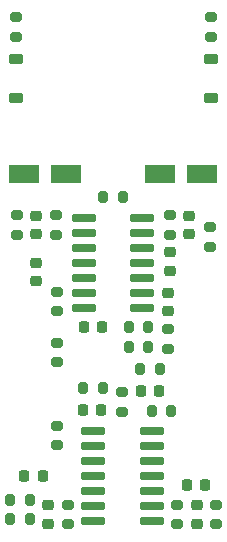
<source format=gbr>
%TF.GenerationSoftware,KiCad,Pcbnew,8.0.5*%
%TF.CreationDate,2024-11-05T23:16:52+01:00*%
%TF.ProjectId,Leveller,4c657665-6c6c-4657-922e-6b696361645f,rev?*%
%TF.SameCoordinates,Original*%
%TF.FileFunction,Paste,Top*%
%TF.FilePolarity,Positive*%
%FSLAX46Y46*%
G04 Gerber Fmt 4.6, Leading zero omitted, Abs format (unit mm)*
G04 Created by KiCad (PCBNEW 8.0.5) date 2024-11-05 23:16:52*
%MOMM*%
%LPD*%
G01*
G04 APERTURE LIST*
G04 Aperture macros list*
%AMRoundRect*
0 Rectangle with rounded corners*
0 $1 Rounding radius*
0 $2 $3 $4 $5 $6 $7 $8 $9 X,Y pos of 4 corners*
0 Add a 4 corners polygon primitive as box body*
4,1,4,$2,$3,$4,$5,$6,$7,$8,$9,$2,$3,0*
0 Add four circle primitives for the rounded corners*
1,1,$1+$1,$2,$3*
1,1,$1+$1,$4,$5*
1,1,$1+$1,$6,$7*
1,1,$1+$1,$8,$9*
0 Add four rect primitives between the rounded corners*
20,1,$1+$1,$2,$3,$4,$5,0*
20,1,$1+$1,$4,$5,$6,$7,0*
20,1,$1+$1,$6,$7,$8,$9,0*
20,1,$1+$1,$8,$9,$2,$3,0*%
G04 Aperture macros list end*
%ADD10RoundRect,0.200000X-0.275000X0.200000X-0.275000X-0.200000X0.275000X-0.200000X0.275000X0.200000X0*%
%ADD11RoundRect,0.200000X0.200000X0.275000X-0.200000X0.275000X-0.200000X-0.275000X0.200000X-0.275000X0*%
%ADD12RoundRect,0.225000X0.375000X-0.225000X0.375000X0.225000X-0.375000X0.225000X-0.375000X-0.225000X0*%
%ADD13RoundRect,0.225000X-0.250000X0.225000X-0.250000X-0.225000X0.250000X-0.225000X0.250000X0.225000X0*%
%ADD14RoundRect,0.200000X-0.200000X-0.275000X0.200000X-0.275000X0.200000X0.275000X-0.200000X0.275000X0*%
%ADD15RoundRect,0.225000X0.225000X0.250000X-0.225000X0.250000X-0.225000X-0.250000X0.225000X-0.250000X0*%
%ADD16RoundRect,0.225000X0.250000X-0.225000X0.250000X0.225000X-0.250000X0.225000X-0.250000X-0.225000X0*%
%ADD17RoundRect,0.250000X1.050000X0.550000X-1.050000X0.550000X-1.050000X-0.550000X1.050000X-0.550000X0*%
%ADD18RoundRect,0.200000X0.275000X-0.200000X0.275000X0.200000X-0.275000X0.200000X-0.275000X-0.200000X0*%
%ADD19RoundRect,0.225000X-0.375000X0.225000X-0.375000X-0.225000X0.375000X-0.225000X0.375000X0.225000X0*%
%ADD20RoundRect,0.090000X0.895000X0.210000X-0.895000X0.210000X-0.895000X-0.210000X0.895000X-0.210000X0*%
%ADD21RoundRect,0.225000X-0.225000X-0.250000X0.225000X-0.250000X0.225000X0.250000X-0.225000X0.250000X0*%
G04 APERTURE END LIST*
D10*
%TO.C,R9*%
X44916000Y-80116000D03*
X44916000Y-81766000D03*
%TD*%
%TO.C,R18*%
X53425000Y-65257000D03*
X53425000Y-66907000D03*
%TD*%
D11*
%TO.C,R5*%
X41677000Y-79671000D03*
X40027000Y-79671000D03*
%TD*%
D10*
%TO.C,R25*%
X54172000Y-80101000D03*
X54172000Y-81751000D03*
%TD*%
D11*
%TO.C,R19*%
X51710000Y-65066000D03*
X50060000Y-65066000D03*
%TD*%
D12*
%TO.C,D4*%
X56993000Y-45630000D03*
X56993000Y-42330000D03*
%TD*%
D13*
%TO.C,C12*%
X53534400Y-58741400D03*
X53534400Y-60291400D03*
%TD*%
D14*
%TO.C,R24*%
X51061000Y-68607000D03*
X52711000Y-68607000D03*
%TD*%
D15*
%TO.C,C8*%
X47723000Y-72051000D03*
X46173000Y-72051000D03*
%TD*%
D10*
%TO.C,R7*%
X44019388Y-73434815D03*
X44019388Y-75084815D03*
%TD*%
D14*
%TO.C,R23*%
X46235000Y-70258000D03*
X47885000Y-70258000D03*
%TD*%
D10*
%TO.C,R17*%
X56938000Y-56595600D03*
X56938000Y-58245600D03*
%TD*%
D16*
%TO.C,C7*%
X55203000Y-57205000D03*
X55203000Y-55655000D03*
%TD*%
D11*
%TO.C,R8*%
X53664000Y-72163000D03*
X52014000Y-72163000D03*
%TD*%
D16*
%TO.C,C2*%
X55823000Y-81701000D03*
X55823000Y-80151000D03*
%TD*%
D17*
%TO.C,C6*%
X44793000Y-52080000D03*
X41193000Y-52080000D03*
%TD*%
D18*
%TO.C,R13*%
X53552000Y-57255000D03*
X53552000Y-55605000D03*
%TD*%
D17*
%TO.C,C4*%
X56293000Y-52080000D03*
X52693000Y-52080000D03*
%TD*%
D16*
%TO.C,C13*%
X42253748Y-57208015D03*
X42253748Y-55658015D03*
%TD*%
D19*
%TO.C,D1*%
X40493000Y-42330000D03*
X40493000Y-45630000D03*
%TD*%
D18*
%TO.C,R12*%
X57474000Y-81751000D03*
X57474000Y-80101000D03*
%TD*%
D15*
%TO.C,C3*%
X47803428Y-65067763D03*
X46253428Y-65067763D03*
%TD*%
D18*
%TO.C,R16*%
X40589720Y-57252385D03*
X40589720Y-55602385D03*
%TD*%
D11*
%TO.C,R10*%
X41677000Y-81322000D03*
X40027000Y-81322000D03*
%TD*%
D10*
%TO.C,FB1*%
X40493000Y-38830000D03*
X40493000Y-40480000D03*
%TD*%
D16*
%TO.C,C9*%
X43265000Y-81716000D03*
X43265000Y-80166000D03*
%TD*%
D14*
%TO.C,R15*%
X47901000Y-54017000D03*
X49551000Y-54017000D03*
%TD*%
D10*
%TO.C,R6*%
X49488000Y-70591000D03*
X49488000Y-72241000D03*
%TD*%
D15*
%TO.C,C5*%
X42783000Y-77634000D03*
X41233000Y-77634000D03*
%TD*%
D13*
%TO.C,C11*%
X42249000Y-59605000D03*
X42249000Y-61155000D03*
%TD*%
D16*
%TO.C,C10*%
X53411789Y-63692619D03*
X53411789Y-62142619D03*
%TD*%
D18*
%TO.C,R22*%
X44027000Y-68050000D03*
X44027000Y-66400000D03*
%TD*%
D20*
%TO.C,U2*%
X51191280Y-63410000D03*
X51191280Y-62140000D03*
X51191280Y-60870000D03*
X51191280Y-59600000D03*
X51191280Y-58330000D03*
X51191280Y-57060000D03*
X51191280Y-55790000D03*
X46241280Y-55790000D03*
X46241280Y-57060000D03*
X46241280Y-58330000D03*
X46241280Y-59600000D03*
X46241280Y-60870000D03*
X46241280Y-62140000D03*
X46241280Y-63410000D03*
%TD*%
D10*
%TO.C,FB2*%
X56993000Y-38830000D03*
X56993000Y-40480000D03*
%TD*%
%TO.C,R14*%
X43900000Y-55605000D03*
X43900000Y-57255000D03*
%TD*%
D21*
%TO.C,C1*%
X54988280Y-78396000D03*
X56538280Y-78396000D03*
%TD*%
D20*
%TO.C,U1*%
X52025000Y-81444000D03*
X52025000Y-80174000D03*
X52025000Y-78904000D03*
X52025000Y-77634000D03*
X52025000Y-76364000D03*
X52025000Y-75094000D03*
X52025000Y-73824000D03*
X47075000Y-73824000D03*
X47075000Y-75094000D03*
X47075000Y-76364000D03*
X47075000Y-77634000D03*
X47075000Y-78904000D03*
X47075000Y-80174000D03*
X47075000Y-81444000D03*
%TD*%
D14*
%TO.C,R20*%
X50060000Y-66717000D03*
X51710000Y-66717000D03*
%TD*%
D18*
%TO.C,R21*%
X44027000Y-63732000D03*
X44027000Y-62082000D03*
%TD*%
D21*
%TO.C,C14*%
X51111000Y-70512000D03*
X52661000Y-70512000D03*
%TD*%
M02*

</source>
